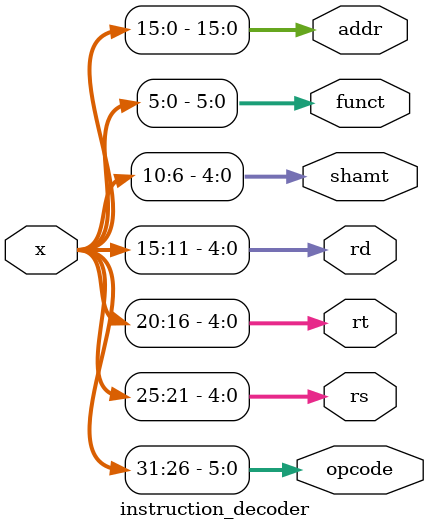
<source format=v>
module instruction_decoder(x, opcode, rs, rt, rd, shamt, funct, addr);
    
    input [31:0] x;
    output wire [5:0] opcode;
    output wire [4:0] rs;
    output wire [4:0] rt;
    output wire [4:0] rd;
    output wire [4:0] shamt;
    output wire [5:0] funct;
    output wire [15:0] addr;
    
    assign opcode = x[31:26];
    assign rs = x[25:21];
    assign rt = x[20:16];
    assign rd = x[15:11];
    assign shamt = x[10:6];
    assign funct = x[5:0];
    assign addr = x[15:0];
    
endmodule
    
    

</source>
